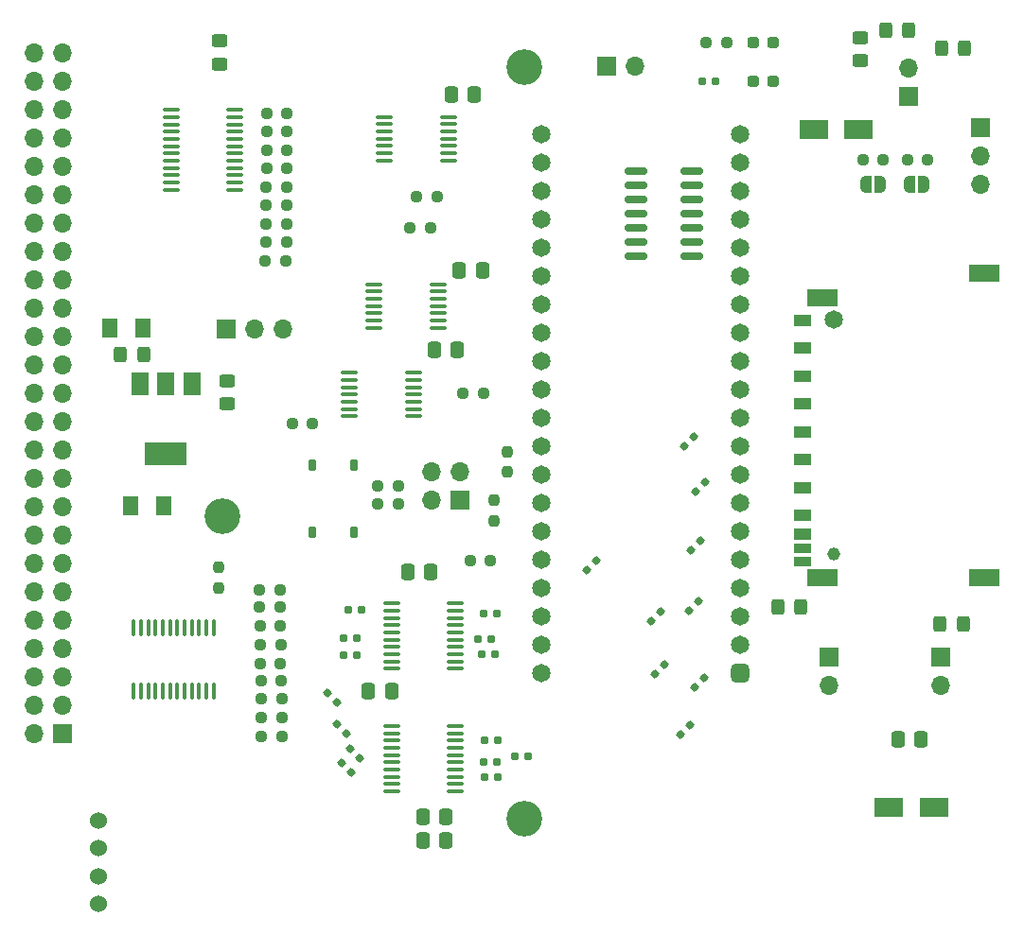
<source format=gbr>
%TF.GenerationSoftware,KiCad,Pcbnew,6.0.5-a6ca702e91~116~ubuntu21.10.1*%
%TF.CreationDate,2023-04-15T06:40:46-06:00*%
%TF.ProjectId,Desktop_50_Pin_TopConn,4465736b-746f-4705-9f35-305f50696e5f,rev?*%
%TF.SameCoordinates,Original*%
%TF.FileFunction,Soldermask,Top*%
%TF.FilePolarity,Negative*%
%FSLAX46Y46*%
G04 Gerber Fmt 4.6, Leading zero omitted, Abs format (unit mm)*
G04 Created by KiCad (PCBNEW 6.0.5-a6ca702e91~116~ubuntu21.10.1) date 2023-04-15 06:40:46*
%MOMM*%
%LPD*%
G01*
G04 APERTURE LIST*
G04 Aperture macros list*
%AMRoundRect*
0 Rectangle with rounded corners*
0 $1 Rounding radius*
0 $2 $3 $4 $5 $6 $7 $8 $9 X,Y pos of 4 corners*
0 Add a 4 corners polygon primitive as box body*
4,1,4,$2,$3,$4,$5,$6,$7,$8,$9,$2,$3,0*
0 Add four circle primitives for the rounded corners*
1,1,$1+$1,$2,$3*
1,1,$1+$1,$4,$5*
1,1,$1+$1,$6,$7*
1,1,$1+$1,$8,$9*
0 Add four rect primitives between the rounded corners*
20,1,$1+$1,$2,$3,$4,$5,0*
20,1,$1+$1,$4,$5,$6,$7,0*
20,1,$1+$1,$6,$7,$8,$9,0*
20,1,$1+$1,$8,$9,$2,$3,0*%
%AMFreePoly0*
4,1,22,0.500000,-0.750000,0.000000,-0.750000,0.000000,-0.745033,-0.079941,-0.743568,-0.215256,-0.701293,-0.333266,-0.622738,-0.424486,-0.514219,-0.481581,-0.384460,-0.499164,-0.250000,-0.500000,-0.250000,-0.500000,0.250000,-0.499164,0.250000,-0.499963,0.256109,-0.478152,0.396186,-0.417904,0.524511,-0.324060,0.630769,-0.204165,0.706417,-0.067858,0.745374,0.000000,0.744959,0.000000,0.750000,
0.500000,0.750000,0.500000,-0.750000,0.500000,-0.750000,$1*%
%AMFreePoly1*
4,1,20,0.000000,0.744959,0.073905,0.744508,0.209726,0.703889,0.328688,0.626782,0.421226,0.519385,0.479903,0.390333,0.500000,0.250000,0.500000,-0.250000,0.499851,-0.262216,0.476331,-0.402017,0.414519,-0.529596,0.319384,-0.634700,0.198574,-0.708877,0.061801,-0.746166,0.000000,-0.745033,0.000000,-0.750000,-0.500000,-0.750000,-0.500000,0.750000,0.000000,0.750000,0.000000,0.744959,
0.000000,0.744959,$1*%
G04 Aperture macros list end*
%ADD10C,1.524000*%
%ADD11RoundRect,0.250001X0.462499X0.624999X-0.462499X0.624999X-0.462499X-0.624999X0.462499X-0.624999X0*%
%ADD12R,1.500000X2.000000*%
%ADD13R,3.800000X2.000000*%
%ADD14RoundRect,0.250000X-0.325000X-0.450000X0.325000X-0.450000X0.325000X0.450000X-0.325000X0.450000X0*%
%ADD15RoundRect,0.412500X0.412500X0.412500X-0.412500X0.412500X-0.412500X-0.412500X0.412500X-0.412500X0*%
%ADD16C,1.650000*%
%ADD17RoundRect,0.250000X0.450000X-0.325000X0.450000X0.325000X-0.450000X0.325000X-0.450000X-0.325000X0*%
%ADD18RoundRect,0.250000X0.325000X0.450000X-0.325000X0.450000X-0.325000X-0.450000X0.325000X-0.450000X0*%
%ADD19C,1.150000*%
%ADD20R,1.500000X0.960000*%
%ADD21R,1.500000X1.100000*%
%ADD22R,2.800000X1.500000*%
%ADD23R,2.500000X1.800000*%
%ADD24R,1.700000X1.700000*%
%ADD25O,1.700000X1.700000*%
%ADD26RoundRect,0.160000X0.026517X0.252791X-0.252791X-0.026517X-0.026517X-0.252791X0.252791X0.026517X0*%
%ADD27RoundRect,0.237500X-0.250000X-0.237500X0.250000X-0.237500X0.250000X0.237500X-0.250000X0.237500X0*%
%ADD28FreePoly0,0.000000*%
%ADD29FreePoly1,0.000000*%
%ADD30RoundRect,0.160000X-0.197500X-0.160000X0.197500X-0.160000X0.197500X0.160000X-0.197500X0.160000X0*%
%ADD31RoundRect,0.100000X-0.100000X0.637500X-0.100000X-0.637500X0.100000X-0.637500X0.100000X0.637500X0*%
%ADD32RoundRect,0.160000X0.197500X0.160000X-0.197500X0.160000X-0.197500X-0.160000X0.197500X-0.160000X0*%
%ADD33RoundRect,0.250000X0.337500X0.475000X-0.337500X0.475000X-0.337500X-0.475000X0.337500X-0.475000X0*%
%ADD34RoundRect,0.100000X-0.637500X-0.100000X0.637500X-0.100000X0.637500X0.100000X-0.637500X0.100000X0*%
%ADD35RoundRect,0.250000X-0.337500X-0.475000X0.337500X-0.475000X0.337500X0.475000X-0.337500X0.475000X0*%
%ADD36RoundRect,0.100000X0.637500X0.100000X-0.637500X0.100000X-0.637500X-0.100000X0.637500X-0.100000X0*%
%ADD37RoundRect,0.160000X0.252791X-0.026517X-0.026517X0.252791X-0.252791X0.026517X0.026517X-0.252791X0*%
%ADD38RoundRect,0.237500X0.250000X0.237500X-0.250000X0.237500X-0.250000X-0.237500X0.250000X-0.237500X0*%
%ADD39C,3.200000*%
%ADD40FreePoly0,180.000000*%
%ADD41FreePoly1,180.000000*%
%ADD42RoundRect,0.237500X0.237500X-0.250000X0.237500X0.250000X-0.237500X0.250000X-0.237500X-0.250000X0*%
%ADD43RoundRect,0.237500X0.287500X0.237500X-0.287500X0.237500X-0.287500X-0.237500X0.287500X-0.237500X0*%
%ADD44RoundRect,0.237500X-0.237500X0.250000X-0.237500X-0.250000X0.237500X-0.250000X0.237500X0.250000X0*%
%ADD45RoundRect,0.187500X0.187500X-0.312500X0.187500X0.312500X-0.187500X0.312500X-0.187500X-0.312500X0*%
%ADD46RoundRect,0.150000X0.825000X0.150000X-0.825000X0.150000X-0.825000X-0.150000X0.825000X-0.150000X0*%
G04 APERTURE END LIST*
D10*
%TO.C,J3*%
X112062500Y-144765400D03*
X112062500Y-142265400D03*
X112062500Y-139765400D03*
X112062500Y-137265400D03*
%TD*%
D11*
%TO.C,C3*%
X116041500Y-93167200D03*
X113066500Y-93167200D03*
%TD*%
%TO.C,C4*%
X117870300Y-109118400D03*
X114895300Y-109118400D03*
%TD*%
D12*
%TO.C,U3*%
X120393220Y-98146920D03*
X118093220Y-98146920D03*
D13*
X118093220Y-104446920D03*
D12*
X115793220Y-98146920D03*
%TD*%
D14*
%TO.C,C7*%
X187341400Y-119634000D03*
X189391400Y-119634000D03*
%TD*%
D15*
%TO.C,RP1*%
X169468800Y-124104400D03*
D16*
X169468800Y-121564400D03*
X169468800Y-119024400D03*
X169468800Y-116484400D03*
X169468800Y-113944400D03*
X169468800Y-111404400D03*
X169468800Y-108864400D03*
X169468800Y-106324400D03*
X169468800Y-103784400D03*
X169468800Y-101244400D03*
X169468800Y-98704400D03*
X169468800Y-96164400D03*
X169468800Y-93624400D03*
X169468800Y-91084400D03*
X169468800Y-88544400D03*
X169468800Y-86004400D03*
X169468800Y-83464400D03*
X169468800Y-80924400D03*
X169468800Y-78384400D03*
X169468800Y-75844400D03*
X151688800Y-75844400D03*
X151688800Y-78384400D03*
X151688800Y-80924400D03*
X151688800Y-83464400D03*
X151688800Y-86004400D03*
X151688800Y-88544400D03*
X151688800Y-91084400D03*
X151688800Y-93624400D03*
X151688800Y-96164400D03*
X151688800Y-98704400D03*
X151688800Y-101244400D03*
X151688800Y-103784400D03*
X151688800Y-106324400D03*
X151688800Y-108864400D03*
X151688800Y-111404400D03*
X151688800Y-113944400D03*
X151688800Y-116484400D03*
X151688800Y-119024400D03*
X151688800Y-121564400D03*
X151688800Y-124104400D03*
%TD*%
D17*
%TO.C,C1*%
X122885200Y-69503400D03*
X122885200Y-67453400D03*
%TD*%
D18*
%TO.C,C2*%
X116078000Y-95554800D03*
X114028000Y-95554800D03*
%TD*%
D17*
%TO.C,C5*%
X123596400Y-99941600D03*
X123596400Y-97891600D03*
%TD*%
D14*
%TO.C,C6*%
X187452000Y-68122800D03*
X189502000Y-68122800D03*
%TD*%
%TO.C,C12*%
X172812600Y-118110000D03*
X174862600Y-118110000D03*
%TD*%
D19*
%TO.C,SD1*%
X177811080Y-113415780D03*
D16*
X177811080Y-92415780D03*
D20*
X175011080Y-114095780D03*
X175011080Y-112895780D03*
D21*
X175011080Y-111595780D03*
X175011080Y-109895780D03*
X175011080Y-107465780D03*
X175011080Y-104965780D03*
X175011080Y-102465780D03*
X175011080Y-99965780D03*
X175011080Y-97465780D03*
X175011080Y-94965780D03*
X175011080Y-92465780D03*
D22*
X176811080Y-115555780D03*
X176811080Y-90455780D03*
X191311080Y-115555780D03*
X191311080Y-88255780D03*
%TD*%
D23*
%TO.C,D1*%
X176070760Y-75410060D03*
X180070760Y-75410060D03*
%TD*%
%TO.C,D2*%
X186780000Y-136060000D03*
X182780000Y-136060000D03*
%TD*%
D24*
%TO.C,J1*%
X123494800Y-93268800D03*
D25*
X126034800Y-93268800D03*
X128574800Y-93268800D03*
%TD*%
D26*
%TO.C,R42*%
X164963696Y-128711104D03*
X164118704Y-129556096D03*
%TD*%
D27*
%TO.C,R56*%
X166422700Y-67564000D03*
X168247700Y-67564000D03*
%TD*%
D28*
%TO.C,JP2*%
X184613800Y-80314800D03*
D29*
X185913800Y-80314800D03*
%TD*%
D30*
%TO.C,R30*%
X166077300Y-71069200D03*
X167272300Y-71069200D03*
%TD*%
D31*
%TO.C,U2*%
X122345400Y-119971900D03*
X121695400Y-119971900D03*
X121045400Y-119971900D03*
X120395400Y-119971900D03*
X119745400Y-119971900D03*
X119095400Y-119971900D03*
X118445400Y-119971900D03*
X117795400Y-119971900D03*
X117145400Y-119971900D03*
X116495400Y-119971900D03*
X115845400Y-119971900D03*
X115195400Y-119971900D03*
X115195400Y-125696900D03*
X115845400Y-125696900D03*
X116495400Y-125696900D03*
X117145400Y-125696900D03*
X117795400Y-125696900D03*
X118445400Y-125696900D03*
X119095400Y-125696900D03*
X119745400Y-125696900D03*
X120395400Y-125696900D03*
X121045400Y-125696900D03*
X121695400Y-125696900D03*
X122345400Y-125696900D03*
%TD*%
D32*
%TO.C,R54*%
X135178800Y-120954800D03*
X133983800Y-120954800D03*
%TD*%
D27*
%TO.C,R39*%
X126595500Y-124764800D03*
X128420500Y-124764800D03*
%TD*%
D26*
%TO.C,R16*%
X162322096Y-118551104D03*
X161477104Y-119396096D03*
%TD*%
D27*
%TO.C,R4*%
X127052700Y-83820000D03*
X128877700Y-83820000D03*
%TD*%
D32*
%TO.C,R50*%
X147511100Y-122377200D03*
X146316100Y-122377200D03*
%TD*%
D24*
%TO.C,J2*%
X108813600Y-129484200D03*
D25*
X106273600Y-129484200D03*
X108813600Y-126944200D03*
X106273600Y-126944200D03*
X108813600Y-124404200D03*
X106273600Y-124404200D03*
X108813600Y-121864200D03*
X106273600Y-121864200D03*
X108813600Y-119324200D03*
X106273600Y-119324200D03*
X108813600Y-116784200D03*
X106273600Y-116784200D03*
X108813600Y-114244200D03*
X106273600Y-114244200D03*
X108813600Y-111704200D03*
X106273600Y-111704200D03*
X108813600Y-109164200D03*
X106273600Y-109164200D03*
X108813600Y-106624200D03*
X106273600Y-106624200D03*
X108813600Y-104084200D03*
X106273600Y-104084200D03*
X108813600Y-101544200D03*
X106273600Y-101544200D03*
X108813600Y-99004200D03*
X106273600Y-99004200D03*
X108813600Y-96464200D03*
X106273600Y-96464200D03*
X108813600Y-93924200D03*
X106273600Y-93924200D03*
X108813600Y-91384200D03*
X106273600Y-91384200D03*
X108813600Y-88844200D03*
X106273600Y-88844200D03*
X108813600Y-86304200D03*
X106273600Y-86304200D03*
X108813600Y-83764200D03*
X106273600Y-83764200D03*
X108813600Y-81224200D03*
X106273600Y-81224200D03*
X108813600Y-78684200D03*
X106273600Y-78684200D03*
X108813600Y-76144200D03*
X106273600Y-76144200D03*
X108813600Y-73604200D03*
X106273600Y-73604200D03*
X108813600Y-71064200D03*
X106273600Y-71064200D03*
X108813600Y-68524200D03*
X106273600Y-68524200D03*
%TD*%
D33*
%TO.C,C16*%
X185644700Y-129997200D03*
X183569700Y-129997200D03*
%TD*%
D27*
%TO.C,R33*%
X126495800Y-119837200D03*
X128320800Y-119837200D03*
%TD*%
%TO.C,R36*%
X126646300Y-129743200D03*
X128471300Y-129743200D03*
%TD*%
D34*
%TO.C,U1*%
X118549500Y-73641000D03*
X118549500Y-74291000D03*
X118549500Y-74941000D03*
X118549500Y-75591000D03*
X118549500Y-76241000D03*
X118549500Y-76891000D03*
X118549500Y-77541000D03*
X118549500Y-78191000D03*
X118549500Y-78841000D03*
X118549500Y-79491000D03*
X118549500Y-80141000D03*
X118549500Y-80791000D03*
X124274500Y-80791000D03*
X124274500Y-80141000D03*
X124274500Y-79491000D03*
X124274500Y-78841000D03*
X124274500Y-78191000D03*
X124274500Y-77541000D03*
X124274500Y-76891000D03*
X124274500Y-76241000D03*
X124274500Y-75591000D03*
X124274500Y-74941000D03*
X124274500Y-74291000D03*
X124274500Y-73641000D03*
%TD*%
D27*
%TO.C,R5*%
X127052700Y-82194400D03*
X128877700Y-82194400D03*
%TD*%
%TO.C,R35*%
X126445000Y-116586000D03*
X128270000Y-116586000D03*
%TD*%
%TO.C,R1*%
X126546600Y-121513600D03*
X128371600Y-121513600D03*
%TD*%
D35*
%TO.C,C8*%
X141050100Y-136956800D03*
X143125100Y-136956800D03*
%TD*%
D27*
%TO.C,R38*%
X126646300Y-126339600D03*
X128471300Y-126339600D03*
%TD*%
D24*
%TO.C,J5*%
X190957200Y-75234800D03*
D25*
X190957200Y-77774800D03*
X190957200Y-80314800D03*
%TD*%
D26*
%TO.C,R17*%
X165760400Y-117652800D03*
X164915408Y-118497792D03*
%TD*%
D27*
%TO.C,R9*%
X127105400Y-78892400D03*
X128930400Y-78892400D03*
%TD*%
D26*
%TO.C,R13*%
X156581696Y-114029904D03*
X155736704Y-114874896D03*
%TD*%
D14*
%TO.C,F3*%
X182455600Y-66497200D03*
X184505600Y-66497200D03*
%TD*%
D27*
%TO.C,R40*%
X126493900Y-123240800D03*
X128318900Y-123240800D03*
%TD*%
D32*
%TO.C,R45*%
X147765100Y-130098800D03*
X146570100Y-130098800D03*
%TD*%
D27*
%TO.C,R59*%
X184404000Y-78130400D03*
X186229000Y-78130400D03*
%TD*%
D36*
%TO.C,U4*%
X143984900Y-134649400D03*
X143984900Y-133999400D03*
X143984900Y-133349400D03*
X143984900Y-132699400D03*
X143984900Y-132049400D03*
X143984900Y-131399400D03*
X143984900Y-130749400D03*
X143984900Y-130099400D03*
X143984900Y-129449400D03*
X143984900Y-128799400D03*
X138259900Y-128799400D03*
X138259900Y-129449400D03*
X138259900Y-130099400D03*
X138259900Y-130749400D03*
X138259900Y-131399400D03*
X138259900Y-132049400D03*
X138259900Y-132699400D03*
X138259900Y-133349400D03*
X138259900Y-133999400D03*
X138259900Y-134649400D03*
%TD*%
D26*
%TO.C,R18*%
X162642992Y-123310208D03*
X161798000Y-124155200D03*
%TD*%
D37*
%TO.C,R47*%
X135432800Y-131673600D03*
X134587808Y-130828608D03*
%TD*%
D35*
%TO.C,C15*%
X139729300Y-115011200D03*
X141804300Y-115011200D03*
%TD*%
D24*
%TO.C,J9*%
X177401200Y-122631200D03*
D25*
X177401200Y-125171200D03*
%TD*%
D33*
%TO.C,C14*%
X145686600Y-72237600D03*
X143611600Y-72237600D03*
%TD*%
D24*
%TO.C,J6*%
X157530800Y-69748400D03*
D25*
X160070800Y-69748400D03*
%TD*%
D32*
%TO.C,R53*%
X135178800Y-122428000D03*
X133983800Y-122428000D03*
%TD*%
D38*
%TO.C,R31*%
X138887200Y-108915200D03*
X137062200Y-108915200D03*
%TD*%
D39*
%TO.C,H3*%
X150164800Y-137109200D03*
%TD*%
D27*
%TO.C,R3*%
X127054600Y-85445600D03*
X128879600Y-85445600D03*
%TD*%
D26*
%TO.C,R15*%
X165912800Y-112217200D03*
X165067808Y-113062192D03*
%TD*%
D38*
%TO.C,R32*%
X138887200Y-107340400D03*
X137062200Y-107340400D03*
%TD*%
D39*
%TO.C,H1*%
X123139200Y-110032800D03*
%TD*%
D40*
%TO.C,JP1*%
X182012600Y-80264000D03*
D41*
X180712600Y-80264000D03*
%TD*%
D27*
%TO.C,R7*%
X127103500Y-75590400D03*
X128928500Y-75590400D03*
%TD*%
D32*
%TO.C,R43*%
X147675600Y-132029200D03*
X146480600Y-132029200D03*
%TD*%
D37*
%TO.C,R49*%
X133382192Y-126727392D03*
X132537200Y-125882400D03*
%TD*%
D24*
%TO.C,J8*%
X187401200Y-122631200D03*
D25*
X187401200Y-125171200D03*
%TD*%
D27*
%TO.C,R8*%
X127105400Y-77266800D03*
X128930400Y-77266800D03*
%TD*%
%TO.C,R2*%
X126953000Y-87122000D03*
X128778000Y-87122000D03*
%TD*%
D42*
%TO.C,R27*%
X148590000Y-106066600D03*
X148590000Y-104241600D03*
%TD*%
D32*
%TO.C,R55*%
X135585200Y-118364000D03*
X134390200Y-118364000D03*
%TD*%
D26*
%TO.C,R12*%
X165303200Y-102870000D03*
X164458208Y-103714992D03*
%TD*%
D32*
%TO.C,R51*%
X147155500Y-121056400D03*
X145960500Y-121056400D03*
%TD*%
D26*
%TO.C,R19*%
X166268400Y-124460000D03*
X165423408Y-125304992D03*
%TD*%
D35*
%TO.C,C10*%
X141079400Y-139090400D03*
X143154400Y-139090400D03*
%TD*%
D38*
%TO.C,R24*%
X131214500Y-101752400D03*
X129389500Y-101752400D03*
%TD*%
D43*
%TO.C,D4*%
X172375800Y-67564000D03*
X170625800Y-67564000D03*
%TD*%
D33*
%TO.C,C9*%
X144162600Y-95148400D03*
X142087600Y-95148400D03*
%TD*%
D27*
%TO.C,R10*%
X127054600Y-80568800D03*
X128879600Y-80568800D03*
%TD*%
%TO.C,R34*%
X126443100Y-118160800D03*
X128268100Y-118160800D03*
%TD*%
D44*
%TO.C,R26*%
X147472400Y-108610400D03*
X147472400Y-110435400D03*
%TD*%
D43*
%TO.C,D3*%
X172375800Y-71069200D03*
X170625800Y-71069200D03*
%TD*%
D34*
%TO.C,U7*%
X136685100Y-89236000D03*
X136685100Y-89886000D03*
X136685100Y-90536000D03*
X136685100Y-91186000D03*
X136685100Y-91836000D03*
X136685100Y-92486000D03*
X136685100Y-93136000D03*
X142410100Y-93136000D03*
X142410100Y-92486000D03*
X142410100Y-91836000D03*
X142410100Y-91186000D03*
X142410100Y-90536000D03*
X142410100Y-89886000D03*
X142410100Y-89236000D03*
%TD*%
D24*
%TO.C,J7*%
X184556400Y-72445800D03*
D25*
X184556400Y-69905800D03*
%TD*%
D27*
%TO.C,R37*%
X126646300Y-128066800D03*
X128471300Y-128066800D03*
%TD*%
D45*
%TO.C,SW1*%
X131153300Y-105458000D03*
X131153300Y-111458000D03*
X134903300Y-105458000D03*
X134903300Y-111458000D03*
%TD*%
D17*
%TO.C,F2*%
X180238400Y-69189600D03*
X180238400Y-67139600D03*
%TD*%
D42*
%TO.C,R41*%
X122834400Y-116431700D03*
X122834400Y-114606700D03*
%TD*%
D46*
%TO.C,U8*%
X165100000Y-86715600D03*
X165100000Y-85445600D03*
X165100000Y-84175600D03*
X165100000Y-82905600D03*
X165100000Y-81635600D03*
X165100000Y-80365600D03*
X165100000Y-79095600D03*
X160150000Y-79095600D03*
X160150000Y-80365600D03*
X160150000Y-81635600D03*
X160150000Y-82905600D03*
X160150000Y-84175600D03*
X160150000Y-85445600D03*
X160150000Y-86715600D03*
%TD*%
D24*
%TO.C,J4*%
X144373600Y-108610400D03*
D25*
X141833600Y-108610400D03*
X144373600Y-106070400D03*
X141833600Y-106070400D03*
%TD*%
D27*
%TO.C,R23*%
X144678400Y-99009200D03*
X146503400Y-99009200D03*
%TD*%
%TO.C,R25*%
X145291800Y-113995200D03*
X147116800Y-113995200D03*
%TD*%
D34*
%TO.C,U5*%
X134500700Y-97160800D03*
X134500700Y-97810800D03*
X134500700Y-98460800D03*
X134500700Y-99110800D03*
X134500700Y-99760800D03*
X134500700Y-100410800D03*
X134500700Y-101060800D03*
X140225700Y-101060800D03*
X140225700Y-100410800D03*
X140225700Y-99760800D03*
X140225700Y-99110800D03*
X140225700Y-98460800D03*
X140225700Y-97810800D03*
X140225700Y-97160800D03*
%TD*%
D26*
%TO.C,R14*%
X166319200Y-106934000D03*
X165474208Y-107778992D03*
%TD*%
D36*
%TO.C,U9*%
X143984900Y-123676600D03*
X143984900Y-123026600D03*
X143984900Y-122376600D03*
X143984900Y-121726600D03*
X143984900Y-121076600D03*
X143984900Y-120426600D03*
X143984900Y-119776600D03*
X143984900Y-119126600D03*
X143984900Y-118476600D03*
X143984900Y-117826600D03*
X138259900Y-117826600D03*
X138259900Y-118476600D03*
X138259900Y-119126600D03*
X138259900Y-119776600D03*
X138259900Y-120426600D03*
X138259900Y-121076600D03*
X138259900Y-121726600D03*
X138259900Y-122376600D03*
X138259900Y-123026600D03*
X138259900Y-123676600D03*
%TD*%
D32*
%TO.C,R52*%
X147714300Y-118719600D03*
X146519300Y-118719600D03*
%TD*%
D34*
%TO.C,U6*%
X137650300Y-74250000D03*
X137650300Y-74900000D03*
X137650300Y-75550000D03*
X137650300Y-76200000D03*
X137650300Y-76850000D03*
X137650300Y-77500000D03*
X137650300Y-78150000D03*
X143375300Y-78150000D03*
X143375300Y-77500000D03*
X143375300Y-76850000D03*
X143375300Y-76200000D03*
X143375300Y-75550000D03*
X143375300Y-74900000D03*
X143375300Y-74250000D03*
%TD*%
D38*
%TO.C,R58*%
X182262800Y-78130400D03*
X180437800Y-78130400D03*
%TD*%
D27*
%TO.C,R6*%
X127103500Y-73914000D03*
X128928500Y-73914000D03*
%TD*%
D33*
%TO.C,C11*%
X138277600Y-125679200D03*
X136202600Y-125679200D03*
%TD*%
D32*
%TO.C,R11*%
X147765100Y-133350000D03*
X146570100Y-133350000D03*
%TD*%
D33*
%TO.C,C13*%
X146405600Y-87985600D03*
X144330600Y-87985600D03*
%TD*%
D27*
%TO.C,R29*%
X140514700Y-81381600D03*
X142339700Y-81381600D03*
%TD*%
D32*
%TO.C,R44*%
X150457500Y-131521200D03*
X149262500Y-131521200D03*
%TD*%
D39*
%TO.C,H2*%
X150164800Y-69799200D03*
%TD*%
D37*
%TO.C,R46*%
X134670800Y-132943600D03*
X133825808Y-132098608D03*
%TD*%
D38*
%TO.C,R28*%
X141730100Y-84175600D03*
X139905100Y-84175600D03*
%TD*%
D37*
%TO.C,R48*%
X134264400Y-129489200D03*
X133419408Y-128644208D03*
%TD*%
M02*

</source>
